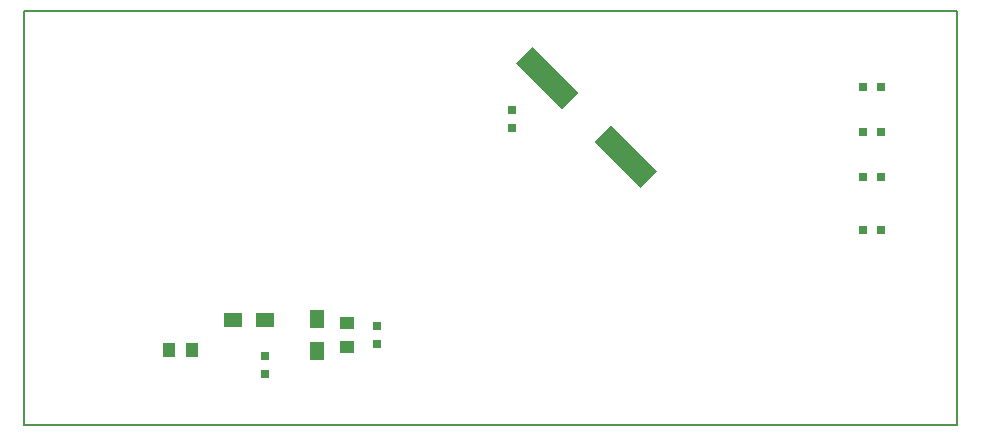
<source format=gbr>
G04 #@! TF.FileFunction,Paste,Bot*
%FSLAX46Y46*%
G04 Gerber Fmt 4.6, Leading zero omitted, Abs format (unit mm)*
G04 Created by KiCad (PCBNEW 4.0.0-rc1-stable) date 01.11.2015 14:42:16*
%MOMM*%
G01*
G04 APERTURE LIST*
%ADD10C,0.100000*%
%ADD11C,0.150000*%
%ADD12R,1.500000X1.300000*%
%ADD13R,1.300000X1.500000*%
%ADD14R,0.800000X0.750000*%
%ADD15R,0.750000X0.800000*%
%ADD16R,1.000000X1.250000*%
%ADD17R,1.250000X1.000000*%
G04 APERTURE END LIST*
D10*
D11*
X137420000Y-107950000D02*
X58420000Y-107950000D01*
X137420000Y-72950000D02*
X137420000Y-107950000D01*
X58420000Y-72950000D02*
X137420000Y-72950000D01*
X58420000Y-107950000D02*
X58420000Y-72950000D01*
D12*
X76120000Y-99060000D03*
X78820000Y-99060000D03*
D13*
X83185000Y-101680000D03*
X83185000Y-98980000D03*
D10*
G36*
X112018667Y-86475174D02*
X110605174Y-87888667D01*
X106716723Y-84000216D01*
X108130216Y-82586723D01*
X112018667Y-86475174D01*
X112018667Y-86475174D01*
G37*
G36*
X105373277Y-79829784D02*
X103959784Y-81243277D01*
X100071333Y-77354826D01*
X101484826Y-75941333D01*
X105373277Y-79829784D01*
X105373277Y-79829784D01*
G37*
D14*
X129425000Y-79375000D03*
X130925000Y-79375000D03*
X129425000Y-83185000D03*
X130925000Y-83185000D03*
X129425000Y-86995000D03*
X130925000Y-86995000D03*
X129425000Y-91440000D03*
X130925000Y-91440000D03*
D15*
X99695000Y-82792000D03*
X99695000Y-81292000D03*
D16*
X72660000Y-101600000D03*
X70660000Y-101600000D03*
D15*
X78820000Y-102120000D03*
X78820000Y-103620000D03*
D17*
X85725000Y-99330000D03*
X85725000Y-101330000D03*
D15*
X88265000Y-99580000D03*
X88265000Y-101080000D03*
M02*

</source>
